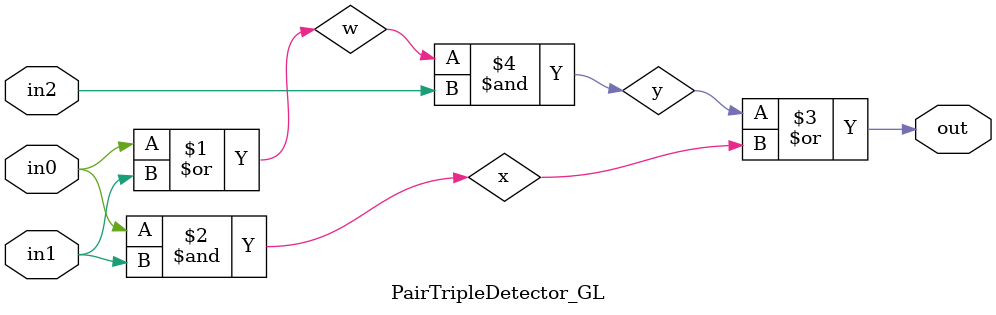
<source format=v>

`ifndef PAIR_TRIPLE_DETECTOR_GL_V
`define PAIR_TRIPLE_DETECTOR_GL_V

`include "ece2300-misc.v"

module PairTripleDetector_GL
(
  input  wire in0,
  input  wire in1,
  input  wire in2,
  output wire out
 );

  //''' ACTIVITY '''''''''''''''''''''''''''''''''''''''''''''''''''''''''
  // Implement pair/triple detector using explicit gate-level modeling
  //''''''''''''''''''''''''''''''''''''''''''''''''''''''''''''''''''''''

  wire w;
  wire x;
  wire y;
  or(w,in0,in1);
  and (x,in0, in1);
  or(out, y, x);
  and(y,w,in2);
endmodule

`endif /* PAIR_TRIPLE_DETECTOR_GL_V */


</source>
